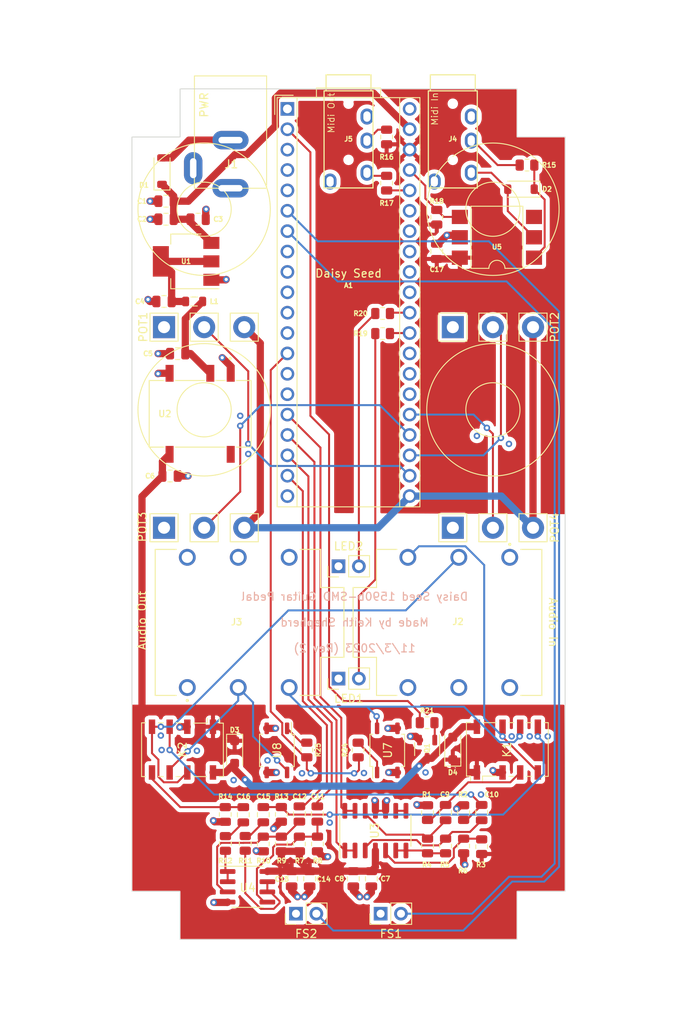
<source format=kicad_pcb>
(kicad_pcb (version 20221018) (generator pcbnew)
  (layers (0 "F.Cu" signal) (1 "In1.Cu" power) (2 "In2.Cu" power) (31 "B.Cu" signal) (34 "B.Paste" user) (35 "F.Paste" user) (36 "B.SilkS" user "B.Silkscreen") (37 "F.SilkS" user "F.Silkscreen") (38 "B.Mask" user) (39 "F.Mask" user) (44 "Edge.Cuts" user))
  (net 0 "")
  (net 5 "MIDI_OUT")
  (net 6 "MIDI_IN")
  (net 7 "+3.3V")
  (net 8 "+9V")
  (net 9 "+5V")
  (net 10 "+5V_ISOLATED_POWER")
  (net 12 "DISABLE_AUDIO_BYPASS")
  (net 15 "Net-(C15-Pad1)")
  (net 16 "Net-(C16-Pad1)")
  (net 18 "/Audio Input Buffer/V_AUDIOBIAS")
  (net 22 "+3.3VA")
  (net 23 "/Power/VIN")
  (net 25 "AUDIO_IN_BUFFER_LEFT")
  (net 26 "AUDIO_IN_BUFFER_RIGHT")
  (net 27 "AUDIO_OUT_BUFFER_LEFT")
  (net 28 "AUDIO_OUT_BUFFER_RIGHT")
  (net 29 "AUDIO_IN_JACK_LEFT")
  (net 30 "AUDIO_IN_JACK_RIGHT")
  (net 31 "AUDIO_OUT_JACK_LEFT")
  (net 32 "AUDIO_OUT_JACK_RIGHT")
  (net 33 "MIDI_IN_JACK_PIN5")
  (net 34 "MIDI_IN_JACK_PIN4")
  (net 35 "MIDI_OUT_JACK_PIN5")
  (net 36 "MIDI_OUT_JACK_PIN4")
  (net 37 "POWER_JACK_PWR")
  (net 38 "GND")
  (net 39 "ENABLE_AUDIO_MUTE")
  (net 46 "Net-(U4B-+)")
  (net 47 "Net-(U4A-+)")
  (net 50 "Net-(U4B--)")
  (net 51 "Net-(U4A--)")
  (net 54 "Net-(U3D-+)")
  (net 55 "Net-(U3A-+)")
  (net 56 "Net-(D2-K)")
  (net 57 "Net-(LED1-A)")
  (net 58 "Net-(LED2-A)")
  (net 59 "Net-(U3B-+)")
  (net 60 "Net-(U3C--)")
  (net 61 "BYPASS_LEFT_SEND")
  (net 62 "BYPASS_RIGHT_SEND")
  (net 63 "BYPASS_LEFT_RETURN")
  (net 64 "BYPASS_RIGHT_RETURN")
  (net 65 "Net-(D3-A)")
  (net 66 "Net-(Q1-B)")
  (net 67 "FOOT_SWITCH_1")
  (net 68 "FOOT_SWITCH_2")
  (net 69 "POT_1")
  (net 70 "POT_2")
  (net 71 "POT_3")
  (net 72 "POT_4")
  (net 73 "LED_1")
  (net 74 "LED_2")
  (net 75 "Net-(R24-Pad2)")
  (net 76 "Net-(R25-Pad2)")
  (footprint "GuitarPedal1590b:SOP-6_2.54mm" (layer "F.Cu") (at 125.5 48.5 180)
    (fp_text reference "U5")
    (fp_text value "H11L1")
  )
  (footprint "Package_SO:SOP-4_3.8x4.1mm_P2.54mm" (layer "F.Cu") (at 111.83 112.45 90)
    (fp_text reference "U7")
    (fp_text value "CPC1018N")
  )
  (footprint "Resistor_SMD:R_0805_2012Metric" (layer "F.Cu") (at 118 46 90)
    (fp_text reference "R18")
    (fp_text value "470R")
  )
  (footprint "Resistor_SMD:R_0805_2012Metric" (layer "F.Cu") (at 98.625 124.1125 90)
    (fp_text reference "R9")
    (fp_text value "2M")
  )
  (footprint "AudioConnector-PJ320A:TRRS-PJ-320A" (layer "F.Cu") (at 107 30.25)
    (fp_text reference "J5")
    (fp_text value "MIDI OUT JACK")
  )
  (footprint "Connector_PinHeader_2.54mm:PinHeader_1x02_P2.54mm_Vertical" (layer "F.Cu") (at 105.75 103.5 90)
    (fp_text reference "LED1")
    (fp_text value "LED_1")
  )
  (footprint "Connector_PinHeader_2.54mm:PinHeader_1x02_P2.54mm_Vertical" (layer "F.Cu") (at 100.45 132.8 90)
    (fp_text reference "FS2")
    (fp_text value "Foot_Switch_2")
  )
  (footprint "AudioConnector-PJ320A:TRRS-PJ-320A" (layer "F.Cu") (at 120 30.25)
    (fp_text reference "J4")
    (fp_text value "MIDI IN JACK")
  )
  (footprint "Package_SO:SOIC-8_3.9x4.9mm_P1.27mm" (layer "F.Cu") (at 94.404664 129.45)
    (fp_text reference "U4")
    (fp_text value "OPA1652AID")
  )
  (footprint "GuitarPedal1590b:Pot_RightAngle_LongPin_16mm" (layer "F.Cu") (at 125 86)
    (fp_text reference "POT4")
    (fp_text value "10K")
  )
  (footprint "Resistor_SMD:R_0805_2012Metric" (layer "F.Cu") (at 116.85 120.2 90)
    (fp_text reference "R1")
    (fp_text value "2M")
  )
  (footprint "Package_SO:SOIC-14_3.9x8.7mm_P1.27mm" (layer "F.Cu") (at 110.35 122.45 90)
    (fp_text reference "U3")
    (fp_text value "MCP6004")
  )
  (footprint "Resistor_SMD:R_0805_2012Metric" (layer "F.Cu") (at 91.65 124.046624 90)
    (fp_text reference "R12")
    (fp_text value "100R")
  )
  (footprint "NMJ6HCD2:NEUTRIK_NMJ6HCD2" (layer "F.Cu") (at 93.25 96.5 180)
    (fp_text reference "J3")
    (fp_text value "AUDIO_OUT_TRS")
  )
  (footprint "Package_TO_SOT_SMD:SOT-23-3" (layer "F.Cu") (at 116.8 112.3 -90)
    (fp_text reference "Q1")
    (fp_text value "SS8050")
  )
  (footprint "Resistor_SMD:R_0805_2012Metric" (layer "F.Cu") (at 108.2 112.4 90)
    (fp_text reference "R24")
    (fp_text value "1K")
  )
  (footprint "Resistor_SMD:R_0805_2012Metric" (layer "F.Cu") (at 116.8 109)
    (fp_text reference "R21")
    (fp_text value "1K")
  )
  (footprint "Module:Electrosmith_Daisy_Seed" (layer "F.Cu") (at 99.38 32.495)
    (fp_text reference "A1")
    (fp_text value "Electrosmith_Daisy_Seed_Rev4")
  )
  (footprint "Connector_PinHeader_2.54mm:PinHeader_1x02_P2.54mm_Vertical" (layer "F.Cu") (at 105.75 89.5 90)
    (fp_text reference "LED2")
    (fp_text value "LED_2")
  )
  (footprint "Resistor_SMD:R_0805_2012Metric" (layer "F.Cu") (at 111.75 41.75 -90)
    (fp_text reference "R17")
    (fp_text value "10R")
  )
  (footprint "Capacitor_SMD:C_0805_2012Metric" (layer "F.Cu") (at 84.25 44 180)
    (fp_text reference "C1")
    (fp_text value "10UF")
  )
  (footprint "Relay_SMD:Relay_DPDT_Omron_G6K-2G-Y" (layer "F.Cu") (at 126.8 112.35 90)
    (fp_text reference "K1")
    (fp_text value "G6K-2")
  )
  (footprint "Resistor_SMD:R_0805_2012Metric" (layer "F.Cu") (at 121.35 120.2 90)
    (fp_text reference "R2")
    (fp_text value "2M")
  )
  (footprint "Capacitor_SMD:C_0805_2012Metric" (layer "F.Cu") (at 123.6 120.2 -90)
    (fp_text reference "C10")
    (fp_text value "10UF")
  )
  (footprint "Capacitor_SMD:C_0805_2012Metric" (layer "F.Cu") (at 102.154664 128.45 -90)
    (fp_text reference "C14")
    (fp_text value "100NF")
  )
  (footprint "GuitarPedal1590b:Pot_RightAngle_LongPin_16mm" (layer "F.Cu") (at 89 86)
    (fp_text reference "POT3")
    (fp_text value "10K")
  )
  (footprint "Capacitor_SMD:C_0805_2012Metric" (layer "F.Cu") (at 99.904664 128.45 -90)
    (fp_text reference "C13")
    (fp_text value "100NF")
  )
  (footprint "Resistor_SMD:R_0805_2012Metric" (layer "F.Cu") (at 94.125 124.0375 90)
    (fp_text reference "R11")
    (fp_text value "100R")
  )
  (footprint "Relay_SMD:Relay_DPDT_Omron_G6K-2G-Y" (layer "F.Cu") (at 86.3 112.35 -90)
    (fp_text reference "K2")
    (fp_text value "G6K-2")
  )
  (footprint "Resistor_SMD:R_0805_2012Metric" (layer "F.Cu") (at 96.375 124.1125 -90)
    (fp_text reference "R10")
    (fp_text value "2M")
  )
  (footprint "Capacitor_SMD:C_0805_2012Metric" (layer "F.Cu") (at 88.25 46.25)
    (fp_text reference "C3")
    (fp_text value "100NF")
  )
  (footprint "Package_SO:SOP-4_3.8x4.1mm_P2.54mm" (layer "F.Cu") (at 98.07 112.45 -90)
    (fp_text reference "U8")
    (fp_text value "CPC1018N")
  )
  (footprint "Capacitor_SMD:C_0805_2012Metric" (layer "F.Cu") (at 119.1 120.2 -90)
    (fp_text reference "C9")
    (fp_text value "10UF")
  )
  (footprint "Capacitor_SMD:C_0805_2012Metric" (layer "F.Cu") (at 100.875 120.375 90)
    (fp_text reference "C12")
    (fp_text value "10UF")
  )
  (footprint "Inductor_SMD:L_0805_2012Metric" (layer "F.Cu") (at 87.75 56.5)
    (fp_text reference "L1")
    (fp_text value "2.2uH")
  )
  (footprint "Resistor_SMD:R_0805_2012Metric" (layer "F.Cu") (at 123.6 124.45 90)
    (fp_text reference "R3")
    (fp_text value "100K")
  )
  (footprint "Diode_SMD:D_SOD-123F" (layer "F.Cu") (at 120 112.2 90)
    (fp_text reference "D4")
    (fp_text value "1N4007")
  )
  (footprint "Capacitor_SMD:C_0805_2012Metric" (layer "F.Cu") (at 84 56.5 180)
    (fp_text reference "C4")
    (fp_text value "10UF")
  )
  (footprint "Capacitor_SMD:C_0805_2012Metric" (layer "F.Cu") (at 84.25 46.25 180)
    (fp_text reference "C2")
    (fp_text value "100NF")
  )
  (footprint "Diode_SMD:D_SOD-123" (layer "F.Cu") (at 128.5 42.5 180)
    (fp_text reference "D2")
    (fp_text value "1N4148")
  )
  (footprint "NMJ6HCD2:NEUTRIK_NMJ6HCD2" (layer "F.Cu") (at 120.75 96.5)
    (fp_text reference "J2")
    (fp_text value "AUDIO_IN_TRS")
  )
  (footprint "Package_TO_SOT_SMD:SOT-223-3_TabPin2" (layer "F.Cu") (at 86.75 51.5 180)
    (fp_text reference "U1")
    (fp_text value "LD1117S50TR_SOT223")
  )
  (footprint "GuitarPedal1590b:Pot_RightAngle_LongPin_16mm" (layer "F.Cu") (at 125 61)
    (fp_text reference "POT2")
    (fp_text value "10K")
  )
  (footprint "Capacitor_SMD:C_0805_2012Metric" (layer "F.Cu") (at 107.6 128.45 -90)
    (fp_text reference "C8")
    (fp_text value "100NF")
  )
  (footprint "Capacitor_SMD:C_0805_2012Metric" (layer "F.Cu") (at 85.7 63 180)
    (fp_text reference "C5")
    (fp_text value "10UF")
  )
  (footprint "GuitarPedal1590b:Generic_PowerJack" (layer "F.Cu") (at 92.2875 42.3875 -90)
    (fp_text reference "J1")
    (fp_text value "Barrel_Jack")
  )
  (footprint "Connector_PinHeader_2.54mm:PinHeader_1x02_P2.54mm_Vertical" (layer "F.Cu") (at 111 132.8 90)
    (fp_text reference "FS1")
    (fp_text value "Foot_Switch_1")
  )
  (footprint "Resistor_SMD:R_0805_2012Metric" (layer "F.Cu") (at 129.25 39.5)
    (fp_text reference "R15")
    (fp_text value "220R")
  )
  (footprint "Capacitor_SMD:C_0805_2012Metric" (layer "F.Cu") (at 103.107875 120.375 90)
    (fp_text reference "C11")
    (fp_text value "10UF")
  )
  (footprint "Resistor_SMD:R_0805_2012Metric" (layer "F.Cu") (at 111.25 58)
    (fp_text reference "R20")
    (fp_text value "1K")
  )
  (footprint "Resistor_SMD:R_0805_2012Metric" (layer "F.Cu") (at 119.1 124.3625 90)
    (fp_text reference "R5")
    (fp_text value "2M")
  )
  (footprint "Capacitor_SMD:C_0805_2012Metric" (layer "F.Cu") (at 93.882875 120.471624 90)
    (fp_text reference "C16")
    (fp_text value "10UF")
  )
  (footprint "Capacitor_SMD:C_0805_2012Metric" (layer "F.Cu") (at 118 50.25 90)
    (fp_text reference "C17")
    (fp_text value "100NF")
  )
  (footprint "Capacitor_SMD:C_0805_2012Metric" (layer "F.Cu") (at 96.375 120.4625 90)
    (fp_text reference "C15")
    (fp_text value "10UF")
  )
  (footprint "Resistor_SMD:R_0805_2012Metric" (layer "F.Cu") (at 103.125 124.1125 -90)
    (fp_text reference "R8")
    (fp_text value "2M")
  )
  (footprint "Resistor_SMD:R_0805_2012Metric" (layer "F.Cu") (at 121.35 124.3625 -90)
    (fp_text reference "R6")
    (fp_text value "100K")
  )
  (footprint "Resistor_SMD:R_0805_2012Metric" (layer "F.Cu") (at 111.25 60.5)
    (fp_text reference "R19")
    (fp_text value "1K")
  )
  (footprint "GuitarPedal1590b:Pot_RightAngle_LongPin_16mm" (layer "F.Cu") (at 89 61)
    (fp_text reference "POT1")
    (fp_text value "10K")
  )
  (footprint "Resistor_SMD:R_0805_2012Metric" (layer "F.Cu") (at 98.625 120.425 -90)
    (fp_text reference "R13")
    (fp_text value "2M")
  )
  (footprint "Resistor_SMD:R_0805_2012Metric" (layer "F.Cu") (at 101.8 112.4 90)
    (fp_text reference "R25")
    (fp_text value "1K")
  )
  (footprint "Diode_SMD:D_SOD-123F" (layer "F.Cu") (at 92.8 112.65 -90)
    (fp_text reference "D3")
    (fp_text value "1N4007")
  )
  (footprint "Resistor_SMD:R_0805_2012Metric" (layer "F.Cu") (at 111.75 36 -90)
    (fp_text reference "R16")
    (fp_text value "33R")
  )
  (footprint "Resistor_SMD:R_0805_2012Metric" (layer "F.Cu") (at 91.632875 120.434124 -90)
    (fp_text reference "R14")
    (fp_text value "2M")
  )
  (footprint "Capacitor_SMD:C_0805_2012Metric" (layer "F.Cu") (at 109.85 128.45 -90)
    (fp_text reference "C7")
    (fp_text value "100NF")
  )
  (footprint "Resistor_SMD:R_0805_2012Metric" (layer "F.Cu") (at 116.85 124.3625 90)
    (fp_text reference "R4")
    (fp_text value "2M")
  )
  (footprint "PDS1-S5-S5-M:CONV_PDS1-S5-S5-M" (layer "F.Cu") (at 88.5 70.5 -90)
    (fp_text reference "U2")
    (fp_text value "PDS1-S5-S5-M" hide)
  )
  (footprint "Resistor_SMD:R_0805_2012Metric" (layer "F.Cu") (at 100.875 124.1125 90)
    (fp_text reference "R7")
    (fp_text value "2M")
  )
  (footprint "Diode_SMD:D_SOD-123" (layer "F.Cu") (at 83.75 40.25 90)
    (fp_text reference "D1")
    (fp_text value "1N5817")
  )
  (footprint "Capacitor_SMD:C_0805_2012Metric" (layer "F.Cu") (at 84.75 78.25)
    (fp_text reference "C6")
    (fp_text value "22UF")
  )
  (gr_poly locked (pts (xy 128 36) (xy 134 36) (xy 134 130) (xy 128 130) (xy 128 136) (xy 86 136) (xy 86 130) (xy 80 130) (xy 80 36) (xy 86 36) (xy 86 30) (xy 128 30)) (stroke (width 0.1)) (fill none) (layer "Edge.Cuts"))
  (gr_text "Daisy Seed 1590b-SMD Guitar Pedal\n\nMade by Keith Shepherd\n\n11/3/2023 (Rev 2)" (at 107.75 96.5) (layer "B.SilkS") (effects (font (size 1 1)) (justify mirror)))
  (gr_text "J5" (at 107 36.25) (layer "F.SilkS") (effects (font (size 0.6 0.6))))
  (gr_text "Audio Out" (at 81.25 96.25 90) (layer "F.SilkS") (effects (font (size 1 1))))
  (gr_text "PWR" (at 89 32 90) (layer "F.SilkS") (effects (font (size 1 1))))
  (gr_text "J4" (at 120 36.25) (layer "F.SilkS") (effects (font (size 0.6 0.6))))
  (gr_text "Midi Out" (at 104.85 33 90) (layer "F.SilkS") (effects (font (size 0.8 0.8) (thickness 0.1))))
  (gr_text "Daisy Seed" (at 107 53) (layer "F.SilkS") (effects (font (size 1 1))))
  (gr_text "Midi In" (at 117.75 32.5 90) (layer "F.SilkS") (effects (font (size 0.8 0.8) (thickness 0.1))))
  (gr_text "Audio In" (at 132.5 96.5 270) (layer "F.SilkS") (effects (font (size 1 1))))
  (segment (start 111.75 42.6625) (end 111.7575 42.655) (width 0.25) (layer "F.Cu") (net 5))
  (segment (start 111.7575 42.655) (end 114.62 42.655) (width 0.25) (layer "F.Cu") (net 5))
  (segment (start 116.575 43.6625) (end 116.575 42.07) (width 0.25) (layer "F.Cu") (net 6))
  (segment (start 118.8725 45.96) (end 118 45.0875) (width 0.25) (layer "F.Cu") (net 6))
  (segment (start 118 45.0875) (end 116.575 43.6625) (width 0.25) (layer "F.Cu") (net 6))
  (segment (start 120.875 45.96) (end 118.8725 45.96) (width 0.25) (layer "F.Cu") (net 6))
  (segment (start 116.575 42.07) (end 114.62 40.115) (width 0.25) (layer "F.Cu") (net 6))
  (segment (start 120.715 51.2) (end 120.875 51.04) (width 0.9) (layer "F.Cu") (net 7))
  (segment (start 118 51.2) (end 120.715 51.2) (width 0.9) (layer "F.Cu") (net 7))
  (segment (start 98.5 30.5375) (end 110.1225 30.5375) (width 0.9) (layer "F.Cu") (net 8))
  (segment (start 110.1225 30.5375) (end 114.62 35.035) (width 0.9) (layer "F.Cu") (net 8))
  (segment (start 83.75 41.9) (end 85.2 43.35) (width 0.9) (layer "F.Cu") (net 8))
  (segment (start 85.2 44) (end 87.029416 44) (width 0.9) (layer "F.Cu") (net 8))
  (segment (start 87.029416 44) (end 92.841916 38.1875) (width 0.9) (layer "F.Cu") (net 8))
  (segment (start 92.841916 38.1875) (end 94.3125 38.1875) (width 0.9) (layer "F.Cu") (net 8))
  (segment (start 97.88 31.1575) (end 98.5 30.5375) (width 0.9) (layer "F.Cu") (net 8))
  (segment (start 87.3 46.25) (end 87.3 46.6) (width 0.9) (layer "F.Cu") (net 8))
  (segment (start 97.88 34.62) (end 97.88 31.1575) (width 0.9) (layer "F.Cu") (net 8))
  (segment (start 85.2 43.35) (end 85.2 44) (width 0.9) (layer "F.Cu") (net 8))
  (segment (start 87.3 46.6) (end 89.9 49.2) (width 0.9) (layer "F.Cu") (net 8))
  (segment (start 94.3125 38.1875) (end 97.88 34.62) (width 0.9) (layer "F.Cu") (net 8))
  (segment (start 85.2 44) (end 85.2 46.25) (width 0.9) (layer "F.Cu") (net 8))
  (segment (start 85.2 46.25) (end 87.3 46.25) (width 0.9) (layer "F.Cu") (net 8))
  (segment (start 89.9 51.5) (end 83.6 51.5) (width 0.9) (layer "F.Cu") (net 9))
  (segment (start 83.6 51.5) (end 84.95 52.85) (width 0.9) (layer "F.Cu") (net 9))
  (segment (start 86.6875 56.5) (end 84.95 56.5) (width 0.9) (layer "F.Cu") (net 9))
  (segment (start 84.95 52.85) (end 84.95 56.5) (width 0.9) (layer "F.Cu") (net 9))
  (segment (start 107.6 127.5) (end 109.85 127.5) (width 0.9) (layer "F.Cu") (net 10))
  (segment (start 121.6 115.2) (end 120 113.6) (width 0.9) (layer "F.Cu") (net 10))
  (segment (start 81.25 80.8) (end 81.25 107.25) (width 0.9) (layer "F.Cu") (net 10))
  (segment (start 100.875 126.220336) (end 102.154664 127.5) (width 0.9) (layer "F.Cu") (net 10))
  (segment (start 102.154664 127.5) (end 99.904664 127.5) (width 0.9) (layer "F.Cu") (net 10))
  (segment (start 98.625 126.220336) (end 99.904664 127.5) (width 0.9) (layer "F.Cu") (net 10))
  (segment (start 81.25 107.25) (end 81.75 107.75) (width 0.9) (layer "F.Cu") (net 10))
  (segment (start 98.625 125.025) (end 100.875 125.025) (width 0.9) (layer "F.Cu") (net 10))
  (segment (start 100.875 125.025) (end 100.875 126.220336) (width 0.9) (layer "F.Cu") (net 10))
  (segment (start 84.69 75.55) (end 83.8 76.44) (width 0.9) (layer "F.Cu") (net 10))
  (segment (start 110.35 127) (end 110.35 124.925) (width 0.9) (layer "F.Cu") (net 10))
  (segment (start 96.924664 127.5) (end 96.879664 127.545) (width 0.9) (layer "F.Cu") (net 10))
  (segment (start 99.904664 127.5) (end 96.924664 127.5) (width 0.9) (layer "F.Cu") (net 10))
  (segment (start 98.625 125.025) (end 98.625 126.220336) (width 0.9) (layer "F.Cu") (net 10))
  (segment (start 109.85 127.5) (end 110.35 127) (width 0.9) (layer "F.Cu") (net 10))
  (segment (start 102.154664 127.5) (end 107.6 127.5) (width 0.9) (layer "F.Cu") (net 10))
  (segment (start 123 115.2) (end 121.6 115.2) (width 0.9) (layer "F.Cu") (net 10))
  (segment (start 90.1 109.5) (end 91.05 109.5) (width 0.9) (layer "F.Cu") (net 10))
  (segment (start 91.05 109.5) (end 92.8 111.25) (width 0.9) (layer "F.Cu") (net 10))
  (segment (start 83.8 76.44) (end 83.8 78.25) (width 0.9) (layer "F.Cu") (net 10))
  (segment (start 83.8 78.25) (end 81.25 80.8) (width 0.9) (layer "F.Cu") (net 10))
  (segment (start 115.8875 109) (end 115.8875 107.7875) (width 0.25) (layer "F.Cu") (net 12))
  (segment (start 102.25 37.905) (end 99.38 35.035) (width 0.25) (layer "F.Cu") (net 12))
  (segment (start 114.4 106.3) (end 106.3875 106.3) (width 0.25) (layer "F.Cu") (net 12))
  (segment (start 102.25 70.75) (end 102.25 37.905) (width 0.25) (layer "F.Cu") (net 12))
  (segment (start 115.8875 107.7875) (end 114.4 106.3) (width 0.25) (layer "F.Cu") (net 12))
  (segment (start 106.3875 106.3) (end 104.575 104.4875) (width 0.25) (layer "F.Cu") (net 12))
  (segment (start 104.575 104.4875) (end 104.575 73.075) (width 0.25) (layer "F.Cu") (net 12))
  (segment (start 104.575 73.075) (end 102.25 70.75) (width 0.25) (layer "F.Cu") (net 12))
  (segment (start 94.6625 123.125) (end 96.375 121.4125) (width 0.25) (layer "F.Cu") (net 15))
  (segment (start 94.125 123.125) (end 94.6625 123.125) (width 0.25) (layer "F.Cu") (net 15))
  (segment (start 91.65 123.134124) (end 92.170375 123.134124) (width 0.25) (layer "F.Cu") (net 16))
  (segment (start 92.170375 123.134124) (end 93.882875 121.421624) (width 0.25) (layer "F.Cu") (net 16))
  (segment (start 116.85 125.275) (end 119.1 125.275) (width 0.25) (layer "F.Cu") (net 18))
  (segment (start 112.89 124.925) (end 114.16 124.925) (width 0.25) (layer "F.Cu") (net 18))
  (segment (start 114.16 124.925) (end 116.5 124.925) (width 0.25) (layer "F.Cu") (net 18))
  (segment (start 116.5 124.925) (end 116.85 125.275) (width 0.25) (layer "F.Cu") (net 18))
  (segment (start 96 82.7) (end 94 84.7) (width 0.9) (layer "F.Cu") (net 22))
  (segment (start 96 61.7) (end 96 82.7) (width 0.9) (layer "F.Cu") (net 22))
  (segment (start 130 59.7) (end 130 84.7) (width 0.9) (layer "F.Cu") (net 22))
  (segment (start 94 59.7) (end 96 61.7) (width 0.9) (layer "F.Cu") (net 22))
  (segment (start 126.055 80.755) (end 130 84.7) (width 0.9) (layer "B.Cu") (net 22))
  (segment (start 110.675 84.7) (end 94 84.7) (width 0.9) (layer "B.Cu") (net 22))
  (segment (start 114.62 80.755) (end 126.055 80.755) (width 0.9) (layer "B.Cu") (net 22))
  (segment (start 114.62 80.755) (end 110.675 84.7) (width 0.9) (layer "B.Cu") (net 22))
  (segment (start 86.6875 62.9625) (end 86.65 63) (width 0.9) (layer "F.Cu") (net 23))
  (segment (start 86.65 58.6625) (end 86.65 63) (width 0.9) (layer "F.Cu") (net 23))
  (segment (start 87.32 63) (end 89.77 65.45) (width 0.9) (layer "F.Cu") (net 23))
  (segment (start 86.65 63) (end 87.32 63) (width 0.9) (layer "F.Cu") (net 23))
  (segment (start 88.8125 56.5) (end 86.65 58.6625) (width 0.9) (layer "F.Cu") (net 23))
  (segment (start 103.5 105.8) (end 103.5 74.715) (width 0.25) (layer "F.Cu") (net 25))
  (segment (start 106.1 108.4) (end 103.5 105.8) (width 0.25) (layer "F.Cu") (net 25))
  (segment (start 107.81 119.975) (end 106.54 119.975) (width 0.25) (layer "F.Cu") (net 25))
  (segment (start 106.54 119.975) (end 106.1 119.535) (width 0.25) (layer "F.Cu") (net 25))
  (segment (start 103.5 74.715) (end 99.38 70.595) (width 0.25) (layer "F.Cu") (net 25))
  (segment (start 106.1 119.535) (end 106.1 108.4) (width 0.25) (layer "F.Cu") (net 25))
  (segment (start 105.5 108.7) (end 102.75 105.95) (width 0.25) (layer "F.Cu") (net 26))
  (segment (start 106.54 124.925) (end 105.5 123.885) (width 0.25) (layer "F.Cu") (net 26))
  (segment (start 106.54 124.925) (end 107.81 124.925) (width 0.25) (layer "F.Cu") (net 26))
  (segment (start 102.75 105.95) (end 102.75 76.505) (width 0.25) (layer "F.Cu") (net 26))
  (segment (start 102.75 76.505) (end 99.38 73.135) (width 0.25) (layer "F.Cu") (net 26))
  (segment (start 105.5 123.885) (end 105.5 108.7) (width 0.25) (layer "F.Cu") (net 26))
  (segment (start 102 78.295) (end 99.38 75.675) (width 0.25) (layer "F.Cu") (net 27))
  (segment (start 104.9 117.1) (end 104.9 109) (width 0.25) (layer "F.Cu") (net 27))
  (segment (start 104.9 109) (end 102 106.1) (width 0.25) (layer "F.Cu") (net 27))
  (segment (start 103.107875 118.892125) (end 104.9 117.1) (width 0.25) (layer "F.Cu") (net 27))
  (segment (start 103.107875 119.425) (end 103.107875 118.892125) (width 0.25) (layer "F.Cu") (net 27))
  (segment (start 102 106.1) (end 102 78.295) (width 0.25) (layer "F.Cu") (net 27))
  (segment (start 101.3 80.135) (end 99.38 78.215) (width 0.25) (layer "F.Cu") (net 28))
  (segment (start 104.3 116.5) (end 104.3 109.3) (width 0.25) (layer "F.Cu") (net 28))
  (segment (start 101.375 119.425) (end 104.3 116.5) (width 0.25) (layer "F.Cu") (net 28))
  (segment (start 100.875 119.425) (end 101.375 119.425) (width 0.25) (layer "F.Cu") (net 28))
  (segment (start 101.3 106.3) (end 101.3 80.135) (width 0.25) (layer "F.Cu") (net 28))
  (segment (start 104.3 109.3) (end 101.3 106.3) (width 0.25) (layer "F.Cu") (net 28))
  (segment (start 126.2 110.7) (end 126.2 109.45) (width 0.25) (layer "F.Cu") (net 29))
  (segment (start 126.2 109.45) (end 126.2 110.75) (width 0.25) (layer "F.Cu") (net 29))
  (segment (start 126.2 110.75) (end 130.6 115.15) (width 0.25) (layer "F.Cu") (net 29))
  (via (at 126.2 110.7) (size 0.8) (drill 0.4) (layers "F.Cu" "B.Cu") (net 29))
  (segment (start 121.569544 87.01) (end 123.914125 89.354581) (width 0.25) (layer "B.Cu") (net 29))
  (segment (start 114.4 88.385) (end 115.775 87.01) (width 0.25) (layer "B.Cu") (net 29))
  (segment (start 126.2 110.7) (end 123.914125 108.414125) (width 0.25) (layer "B.Cu") (net 29))
  (segment (start 115.775 87.01) (end 121.569544 87.01) (width 0.25) (layer "B.Cu") (net 29))
  (segment (start 123.914125 108.414125) (end 123.914125 89.354581) (width 0.25) (layer "B.Cu") (net 29))
  (segment (start 82.5 112.8) (end 83.3 113.6) (width 0.25) (layer "F.Cu") (net 30))
  (segment (start 83.6 109.5) (end 82.5 109.5) (width 0.25) (layer "F.Cu") (net 30))
  (segment (start 86.9 115.2) (end 85.675 116.425) (width 0.25) (layer "F.Cu") (net 30))
  (segment (start 83.975 116.425) (end 83.3 115.75) (width 0.25) (layer "F.Cu") (net 30))
  (segment (start 83.3 115.75) (end 83.3 113.6) (width 0.25) (layer "F.Cu") (net 30))
  (segment (start 85.675 116.425) (end 83.975 116.425) (width 0.25) (layer "F.Cu") (net 30))
  (segment (start 82.5 109.5) (end 82.5 112.8) (width 0.25) (layer "F.Cu") (net 30))
  (via (at 83.6 109.5) (size 0.8) (drill 0.4) (layers "F.Cu" "B.Cu") (net 30))
  (segment (start 85.000497 109.5) (end 99.500497 95) (width 0.25) (layer "B.Cu") (net 30))
  (segment (start 83.6 109.5) (end 85.000497 109.5) (width 0.25) (layer "B.Cu") (net 30))
  (segment (start 99.500497 95) (end 114.135 95) (width 0.25) (layer "B.Cu") (net 30))
  (segment (start 120.75 88.385) (end 114.135 95) (width 0.25) (layer "B.Cu") (net 30))
  (segment (start 128.4 110.635875) (end 128.335875 110.7) (width 0.25) (layer "F.Cu") (net 31))
  (segment (start 110.56 108.26) (end 110.5 108.2) (width 0.25) (layer "F.Cu") (net 31))
  (segment (start 128.4 109.45) (end 128.4 110.635875) (width 0.25) (layer "F.Cu") (net 31))
  (segment (start 110.56 109.7) (end 110.56 108.26) (width 0.25) (layer "F.Cu") (net 31))
  (via (at 110.5 108.2) (size 0.8) (drill 0.4) (layers "F.Cu" "B.Cu") (net 31))
  (via (at 128.335875 110.7) (size 0.8) (drill 0.4) (layers "F.Cu" "B.Cu") (net 31))
  (segment (start 101.1 107) (end 102.8 107) (width 0.25) (layer "B.Cu") (net 31))
  (segment (start 110.5 108.2) (end 109.3 107) (width 0.25) (layer "B.Cu") (net 31))
  (segment (start 121.4 107) (end 125.825 111.425) (width 0.25) (layer "B.Cu") (net 31))
  (segment (start 128.335875 110.725305) (end 128.335875 110.7) (width 0.25) (layer "B.Cu") (net 31))
  (segment (start 128.060875 110.450305) (end 128.335875 110.725305) (width 0.25) (layer "B.Cu") (net 31))
  (segment (start 102.8 107) (end 109.3 107) (width 0.25) (layer "B.Cu") (net 31))
  (segment (start 99.6 105.5) (end 101.1 107) (width 0.25) (layer "B.Cu") (net 31))
  (segment (start 128.060875 111.000305) (end 128.060875 110.450305) (width 0.25) (layer "B.Cu") (net 31))
  (segment (start 125.825 111.425) (end 127.63618 111.425) (width 0.25) (layer "B.Cu") (net 31))
  (segment (start 99.6 104.615) (end 99.6 105.5) (width 0.25) (layer "B.Cu") (net 31))
  (segment (start 102.8 107) (end 121.4 107) (width 0.25) (layer "B.Cu") (net 31))
  (segment (start 127.63618 111.425) (end 128.060875 111.000305) (width 0.25) (layer "B.Cu") (net 31))
  (segment (start 99.34 114.94) (end 98.1 113.7) (width 0.25) (layer "F.Cu") (net 32))
  (segment (start 86.95 112.55) (end 84.7 114.8) (width 0.25) (layer "F.Cu") (net 32))
  (segment (start 99.34 115.2) (end 99.34 114.94) (width 0.25) (layer "F.Cu") (net 32))
  (segment (start 84.7 114.8) (end 84.7 115.5) (width 0.25) (layer "F.Cu") (net 32))
  (via (at 98.1 113.7) (size 0.8) (drill 0.4) (layers "F.Cu" "B.Cu") (net 32))
  (via (at 86.95 112.55) (size 0.8) (drill 0.4) (layers "F.Cu" "B.Cu") (net 32))
  (segment (start 93.25 106.25) (end 93.25 104.615) (width 0.25) (layer "B.Cu") (net 32))
  (segment (start 93.25 104.615) (end 95.1 106.465) (width 0.25) (layer "B.Cu") (net 32))
  (segment (start 95.1 106.465) (end 95.1 110.7) (width 0.25) (layer "B.Cu") (net 32))
  (segment (start 95.1 110.7) (end 98.1 113.7) (width 0.25) (layer "B.Cu") (net 32))
  (segment (start 86.95 112.55) (end 93.25 106.25) (width 0.25) (layer "B.Cu") (net 32))
  (segment (start 126.85 42.5) (end 124.8 40.45) (width 0.25) (layer "F.Cu") (net 33))
  (segment (start 124.8 40.45) (end 122.3 40.45) (width 0.25) (layer "F.Cu") (net 33))
  (segment (start 126.85 42.5) (end 126.85 45.225) (width 0.25) (layer "F.Cu") (net 33))
  (segment (start 126.85 45.225) (end 130.125 48.5) (width 0.25) (layer "F.Cu") (net 33))
  (segment (start 125.5875 39.5) (end 122.5375 36.45) (width 0.25) (layer "F.Cu") (net 34))
  (segment (start 122.5375 36.45) (end 122.3 36.45) (width 0.25) (layer "F.Cu") (net 34))
  (segment (start 128.3375 39.5) (end 125.5875 39.5) (width 0.25) (layer "F.Cu") (net 34))
  (segment (start 111.75 40.8375) (end 109.6875 40.8375) (width 0.25) (layer "F.Cu") (net 35))
  (segment (start 109.6875 40.8375) (end 109.3 40.45) (width 0.25) (layer "F.Cu") (net 35))
  (segment (start 111.75 35.0875) (end 110.6625 35.0875) (width 0.25) (layer "F.Cu") (net 36))
  (segment (start 110.6625 35.0875) (end 109.3 36.45) (width 0.25) (layer "F.Cu") (net 36))
  (segment (start 84.904416 38.6) (end 87.116916 36.3875) (width 0.9) (layer "F.Cu") (net 37))
  (segment (start 87.116916 36.3875) (end 92.2875 36.3875) (width 0.9) (layer "F.Cu") (net 37))
  (segment (start 83.75 38.6) (end 84.904416 38.6) (width 0.9) (layer "F.Cu") (net 37))
  (segment (start 118.2 49.3) (end 119.25 48.25) (width 0.9) (layer "F.Cu") (net 38))
  (segment (start 103.8 125.7) (end 103.125 125.025) (width 0.9) (layer "F.Cu") (net 38))
  (segment (start 96.375 125.025) (end 95.55 125.025) (width 0.9) (layer "F.Cu") (net 38))
  (segment (start 96.8 109.7) (end 97.9 109.7) (width 0.9) (layer "F.Cu") (net 38))
  (segment (start 98.517164 121.3375) (end 98.625 121.3375) (width 0.9) (layer "F.Cu") (net 38))
  (segment (start 91.7 53.8) (end 91.75 53.75) (width 0.9) (layer "F.Cu") (net 38))
  (segment (start 121.35 125.275) (end 121.35 126.535875) (width 0.9) (layer "F.Cu") (net 38))
  (segment (start 110.35 119.975) (end 111.62 119.975) (width 0.25) (layer "F.Cu") (net 38))
  (segment (start 83.3 65.45) (end 83.25 65.5) (width 0.9) (layer "F.Cu") (net 38))
  (segment (start 92.31 65.45) (end 92.31 64.56) (width 0.9) (layer "F.Cu") (net 38))
  (segment (start 113.1 109.7) (end 111.9 109.7) (width 0.9) (layer "F.Cu") (net 38))
  (segment (start 110.35 119.975) (end 110.35 118.760375) (width 0.9) (layer "F.Cu") (net 38))
  (segment (start 110.35 118.760375) (end 110.264125 118.6745) (width 0.9) (layer "F.Cu") (net 38))
  (segment (start 83.05 56.5) (end 82.25 56.5) (width 0.9) (layer "F.Cu") (net 38))
  (segment (start 90.2 131.4) (end 91.884664 131.4) (width 0.9) (layer "F.Cu") (net 38))
  (segment (start 84.69 65.45) (end 83.3 65.45) (width 0.9) (layer "F.Cu") (net 38))
  (segment (start 113.1 115.2) (end 112 115.2) (width 0.9) (layer "F.Cu") (net 38))
  (segment (start 116.85 119.2875) (end 115.601625 119.2875) (width 0.9) (layer "F.Cu") (net 38))
  (segment (start 115.3875 110.7) (end 115.85 111.1625) (width 0.9) (layer "F.Cu") (net 38))
  (segment (start 86.025096 109.5) (end 85.962548 109.562548) (width 0.9) (layer "F.Cu") (net 38))
  (segment (start 97.654664 122.2) (end 98.517164 121.3375) (width 0.9) (layer "F.Cu") (net 38))
  (segment (start 120.913 119.2875) (end 120.475 119.7255) (width 0.9) (layer "F.Cu") (net 38))
  (segment (start 86.9 109.5) (end 86.025096 109.5) (width 0.9) (layer "F.Cu") (net 38))
  (segment (start 95.55 125.025) (end 95.475 124.95) (width 0.9) (layer "F.Cu") (net 38))
  (segment (start 85.7 78.25) (end 87 78.25) (width 0.9) (layer "F.Cu") (net 38))
  (segment (start 111.62 119.975) (end 111.62 118.844125) (width 0.9) (layer "F.Cu") (net 38))
  (segment (start 115.601625 119.2875) (end 115.514125 119.2) (width 0.9) (layer "F.Cu") (net 38))
  (segment (start 102.154664 130.045336) (end 102.154664 129.4) (width 0.9) (layer "F.Cu") (net 38))
  (segment (start 121.35 126.535875) (end 121.514125 126.7) (width 0.9) (layer "F.Cu") (net 38))
  (segment (start 89.2 46.25) (end 89.2 45.05) (width 0.9) (layer "F.Cu") (net 38))
  (segment (start 89.2 45.05) (end 89.25 45) (width 0.9) (layer "F.Cu") (net 38))
  (segment (start 83.3 44) (end 82.25 44) (width 0.9) (layer "F.Cu") (net 38))
  (segment (start 114.7 110.7) (end 115.3875 110.7) (width 0.9) (layer "F.Cu") (net 38))
  (segment (start 100.650497 130.7) (end 99.904664 129.954167) (width 0.9) (layer "F.Cu") (net 38))
  (segment (start 126.2 115.2) (end 125.25 115.2) (width 0.9) (layer "F.Cu") (net 38))
  (segment (start 92.31 64.56) (end 91.25 63.5) (width 0.9) (layer "F.Cu") (net 38))
  (segment (start 84.75 63) (end 83.25 63) (width 0.9) (layer "F.Cu") (net 38))
  (segment (start 111.62 118.844125) (end 111.764125 118.7) (width 0.9) (layer "F.Cu") (net 38))
  (segment (start 89.9 53.8) (end 91.7 53.8) (width 0.9) (layer "F.Cu") (net 38))
  (segment (start 108.4 130.7) (end 107.6 129.9) (width 0.9) (layer "F.Cu") (net 38))
  (segment (start 118 49.3) (end 118.2 49.3) (width 0.9) (layer "F.Cu") (net 38))
  (segment (start 83.3 46.25) (end 82.25 46.25) (width 0.9) (layer "F.Cu") (net 38))
  (segment (start 91.884664 131.4) (end 91.929664 131.355) (width 0.9) (layer "F.Cu") (net 38))
  (segment (start 109.3 130.7) (end 109.85 130.15) (width 0.9) (layer "F.Cu") (net 38))
  (segment (start 91.632875 121.346624) (end 90.301288 121.346624) (width 0.9) (layer "F.Cu") (net 38))
  (segment (start 119.25 48.25) (end 120.625 48.25) (width 0.9) (layer "F.Cu") (net 38))
  (segment (start 109.85 130.15) (end 109.85 129.4) (width 0.9) (layer "F.Cu") (net 38))
  (segment (start 121.35 119.2875) (end 120.913 119.2875) (width 0.9) (layer "F.Cu") (net 38))
  (segment (start 101.5 130.7) (end 102.154664 130.045336) (width 0.9) (layer "F.Cu") (net 38))
  (segment (start 82.25 56.5) (end 82 56.25) (width 0.9) (layer "F.Cu") (net 38))
  (segment (start 104.404664 125.7) (end 103.8 125.7) (width 0.9) (layer "F.Cu") (net 38))
  (segment (start 125.25 115.2) (end 125 114.95) (width 0.9) (layer "F.Cu") (net 38))
  (segment (start 120.625 48.25) (end 120.875 48.5) (width 0.9) (layer "F.Cu") (net 38))
  (segment (start 90.301288 121.346624) (end 90.154664 121.2) (width 0.9) (layer "F.Cu") (net 38))
  (segment (start 107.6 129.9) (end 107.6 129.4) (width 0.9) (layer "F.Cu") (net 38))
  (segment (start 99.904664 129.954167) (end 99.904664 129.4) (width 0.9) (layer "F.Cu") (net 38))
  (segment (start 96.8 115.2) (end 98 115.2) (width 0.9) (layer "F.Cu") (net 38))
  (via (at 125 114.95) (size 0.8) (drill 0.4) (layers "F.Cu" "B.Cu") (net 38))
  (via (at 97.9 109.7) (size 0.8) (drill 0.4) (layers "F.Cu" "B.Cu") (net 38))
  (via (at 89.25 45) (size 0.8) (drill 0.4) (layers "F.Cu" "B.Cu") (net 38))
  (via (at 116.6 115.2) (size 0.8) (drill 0.4) (layers "F.Cu" "B.Cu") (net 38))
  (via (at 92.675363 116.159581) (size 0.8) (drill 0.4) (layers "F.Cu" "B.Cu") (net 38))
  (via (at 127 74.25) (size 0.8) (drill 0.4) (layers "F.Cu" "B.Cu") (net 38))
  (via (at 91.75 53.75) (size 0.8) (drill 0.4) (layers "F.Cu" "B.Cu") (net 38))
  (via (at 91.25 63.5) (size 0.8) (drill 0.4) (layers "F.Cu" "B.Cu") (net 38))
  (via (at 127.335875 110.7) (size 0.8) (drill 0.4) (layers "F.Cu" "B.Cu") (net 38))
  (via (at 131.835875 110.7) (size 0.8) (drill 0.4) (layers "F.Cu" "B.Cu") (net 38))
  (via (at 123 73.25) (size 0.8) (drill 0.4) (layers "F.Cu" "B.Cu") (net 38))
  (via (at 101.2 115.3) (size 0.8) (drill 0.4) (layers "F.Cu" "B.Cu") (net 38))
  (via (at 110.264125 118.6745) (size 0.8) (drill 0.4) (layers "F.Cu" "B.Cu") (net 38))
  (via (at 82.25 44) (size 0.8) (drill 0.4) (layers "F.Cu" "B.Cu") (net 38))
  (via (at 108.921254 115.272752) (size 0.8) (drill 0.4) (layers "F.Cu" "B.Cu") (net 38))
  (via (at 82 56.25) (size 0.8) (drill 0.4) (layers "F.Cu" "B.Cu") (net 38))
  (via (at 111.764125 118.7) (size 0.8) (drill 0.4) (layers "F.Cu" "B.Cu") (net 38))
  (via (at 100.650497 130.7) (size 0.8) (drill 0.4) (layers "F.Cu" "B.Cu") (net 38))
  (via (at 96.9 113.7) (size 0.8) (drill 0.4) (layers "F.Cu" "B.Cu") (net 38))
  (via (at 115.514125 119.2) (size 0.8) (drill 0.4) (layers "F.Cu" "B.Cu") (net 38))
  (via (at 123.514125 117.95) (size 0.8) (drill 0.4) (layers "F.Cu" "B.Cu") (net 38))
  (via (at 82.25 46.25) (size 0.8) (drill 0.4) (layers "F.Cu" "B.Cu") (net 38))
  (via (at 85.962548 109.562548) (size 0.8) (drill 0.4) (layers "F.Cu" "B.Cu") (net 38))
  (via (at 111.9 109.7) (size 0.8) (drill 0.4) (layers "F.Cu" "B.Cu") (net 38))
  (via (at 97.654664 122.2) (size 0.8) (drill 0.4) (layers "F.Cu" "B.Cu") (net 38))
  (via (at 88.1 112.5) (size 0.8) (drill 0.4) (layers "F.Cu" "B.Cu") (net 38))
  (via (at 121.514125 126.7) (size 0.8) (drill 0.4) (layers "F.Cu" "B.Cu") (net 38))
  (via (at 108.4 130.7) (size 0.8) (drill 0.4) (layers "F.Cu" "B.Cu") (net 38))
  (via (at 104.654664 121.45) (size 0.8) (drill 0.4) (layers "F.Cu" "B.Cu") (net 38))
  (via (at 90.2 131.4) (size 0.8) (drill 0.4) (layers "F.Cu" "B.Cu") (net 38))
  (via (at 104.404664 125.7) (size 0.8) (drill 0.4) (layers "F.Cu" "B.Cu") (net 38))
  (via (at 120.475 119.7255) (size 0.8) (drill 0.4) (layers "F.Cu" "B.Cu") (net 38))
  (via (at 83.25 63) (size 0.8) (drill 0.4) (layers "F.Cu" "B.Cu") (net 38))
  (via (at 119.25 48.25) (size 0.8) (drill 0.4) (layers "F.Cu" "B.Cu") (net 38))
  (via (at 83.7 112.4) (size 0.8) (drill 0.4) (layers "F.Cu" "B.Cu") (net 38))
  (via (at 101.5 130.7) (size 0.8) (drill 0.4) (layers "F.Cu" "B.Cu") (net 38))
  (via (at 83.6 110.6) (size 0.8) (drill 0.4) (layers "F.Cu" "B.Cu") (net 38))
  (via (at 87 78.25) (size 0.8) (drill 0.4) (layers "F.Cu" "B.Cu") (net 38))
  (via (at 112 115.2) (size 0.8) (drill 0.4) (layers "F.Cu" "B.Cu") (net 38))
  (via (at 90.154664 121.2) (size 0.8) (drill 0.4) (layers "F.Cu" "B.Cu") (net 38))
  (via (at 93.5 70.75) (size 0.8) (drill 0.4) (layers "F.Cu" "B.Cu") (net 38))
  (via (at 114.7 110.7) (size 0.8) (drill 0.4) (layers "F.Cu" "B.Cu") (net 38))
  (via (at 98 115.2) (size 0.8) (drill 0.4) (layers "F.Cu" "B.Cu") (net 38))
  (via (at 109.3 130.7) (size 0.8) (drill 0.4) (layers "F.Cu" "B.Cu") (net 38))
  (via (at 129.585875 110.7) (size 0.8) (drill 0.4) (layers "F.Cu" "B.Cu") (net 38))
  (via (at 94.5 75.5) (size 0.8) (drill 0.4) (layers "F.Cu" "B.Cu") (net 38))
  (via (at 95.475 124.95) (size 0.8) (drill 0.4) (layers "F.Cu" "B.Cu") (net 38))
  (via (at 83.25 65.5) (size 0.8) (drill 0.4) (layers "F.Cu" "B.Cu") (net 38))
  (segment (start 107.7 115.3) (end 107.9 115.3) (width 0.25) (layer "F.Cu") (net 39))
  (segment (start 107.9 115.3) (end 108.3 114.9) (width 0.25) (layer "F.Cu") (net 39))
  (segment (start 108.3 114.9) (end 108.3 113.4125) (width 0.25) (layer "F.Cu") (net 39))
  (segment (start 101.573426 113.3125) (end 101.8 113.3125) (width 0.25) (layer "F.Cu") (net 39))
  (segment (start 98.74 109.04) (end 98.74 110.479074) (width 0.25) (layer "F.Cu") (net 39))
  (segment (start 108.3 113.4125) (end 108.2 113.3125) (width 0.25) (layer "F.Cu") (net 39))
  (segment (start 98.74 110.479074) (end 101.573426 113.3125) (width 0.25) (layer "F.Cu") (net 39))
  (segment (start 97.3 65.055) (end 97.3 107.6) (width 0.25) (layer "F.Cu") (net 39))
  (segment (start 101.8 114.8) (end 102.3 115.3) (width 0.25) (layer "F.Cu") (net 39))
  (segment (start 97.3 107.6) (end 98.74 109.04) (width 0.25) (layer "F.Cu") (net 39))
  (segment (start 101.8 113.3125) (end 101.8 114.8) (width 0.25) (layer "F.Cu") (net 39))
  (segment (start 99.38 62.975) (end 97.3 65.055) (width 0.25) (layer "F.Cu") (net 39))
  (via (at 107.7 115.3) (size 0.8) (drill 0.4) (layers "F.Cu" "B.Cu") (net 39))
  (via (at 102.3 115.3) (size 0.8) (drill 0.4) (layers "F.Cu" "B.Cu") (net 39))
  (segment (start 102.3 115.3) (end 107.7 115.3) (width 0.25) (layer "B.Cu") (net 39))
  (segment (start 96.827913 125.95) (end 97.175673 125.95) (width 0.25) (layer "F.Cu") (net 46))
  (segment (start 96.502913 131.355) (end 95.579664 130.431751) (width 0.25) (layer "F.Cu") (net 46))
  (segment (start 95.579664 130.431751) (end 95.579664 127.198249) (width 0.25) (layer "F.Cu") (net 46))
  (segment (start 95.579664 127.198249) (end 96.827913 125.95) (width 0.25) (layer "F.Cu") (net 46))
  (segment (start 97.175673 125.95) (end 97.6 125.525673) (width 0.25) (layer "F.Cu") (net 46))
  (segment (start 96.879664 131.355) (end 96.502913 131.355) (width 0.25) (layer "F.Cu") (net 46))
  (segment (start 97.936827 124.1875) (end 99.8875 124.1875) (width 0.25) (layer "F.Cu") (net 46))
  (segment (start 103.125 123.2) (end 103.125 121.342125) (width 0.25) (layer "F.Cu") (net 46))
  (segment (start 100.875 123.2) (end 103.125 123.2) (width 0.25) (layer "F.Cu") (net 46))
  (segment (start 97.6 124.524327) (end 97.936827 124.1875) (width 0.25) (layer "F.Cu") (net 46))
  (segment (start 103.125 121.342125) (end 103.107875 121.325) (width 0.25) (layer "F.Cu") (net 46))
  (segment (start 97.6 125.525673) (end 97.6 124.524327) (width 0.25) (layer "F.Cu") (net 46))
  (segment (start 99.8875 124.1875) (end 100.875 123.2) (width 0.25) (layer "F.Cu") (net 46))
  (segment (start 98.625 123.2) (end 99 123.2) (width 0.25) (layer "F.Cu") (net 47))
  (segment (start 93.89554 123.971624) (end 93.904664 123.9625) (width 0.25) (layer "F.Cu") (net 47))
  (segment (start 91.929664 130.085) (end 91.552913 130.085) (width 0.25) (layer "F.Cu") (net 47))
  (segment (start 90.625 129.157087) (end 90.625 124.458451) (width 0.25) (layer "F.Cu") (net 47))
  (segment (start 98.625 123.2) (end 96.375 123.2) (width 0.25) (layer "F.Cu") (net 47))
  (segment (start 93.904664 123.9625) (end 95.6125 123.9625) (width 0.25) (layer "F.Cu") (net 47))
  (segment (start 95.6125 123.9625) (end 96.375 123.2) (width 0.25) (layer "F.Cu") (net 47))
  (segment (start 91.552913 130.085) (end 90.625 129.157087) (width 0.25) (layer "F.Cu") (net 47))
  (segment (start 90.625 124.458451) (end 91.111827 123.971624) (width 0.25) (layer "F.Cu") (net 47))
  (segment (start 99 123.2) (end 100.875 121.325) (width 0.25) (layer "F.Cu") (net 47))
  (segment (start 91.111827 123.971624) (end 93.89554 123.971624) (width 0.25) (layer "F.Cu") (net 47))
  (segment (start 96.077913 132.2) (end 94.125 130.247087) (width 0.25) (layer "F.Cu") (net 50))
  (segment (start 96.879664 128.815) (end 96.879664 130.085) (width 0.25) (layer "F.Cu") (net 50))
  (segment (start 94.125 130.247087) (end 94.125 124.95) (width 0.25) (layer "F.Cu") (net 50))
  (segment (start 98.404664 131.233249) (end 98.404664 131.476751) (width 0.25) (layer "F.Cu") (net 50))
  (segment (start 97.256415 130.085) (end 98.404664 131.233249) (width 0.25) (layer "F.Cu") (net 50))
  (segment (start 98.404664 131.476751) (end 97.681415 132.2) (width 0.25) (layer "F.Cu") (net 50))
  (segment (start 97.681415 132.2) (end 96.077913 132.2) (width 0.25) (layer "F.Cu") (net 50))
  (segment (start 96.879664 130.085) (end 97.256415 130.085) (width 0.25) (layer "F.Cu") (net 50))
  (segment (start 91.65 127.265336) (end 91.929664 127.545) (width 0.25) (layer "F.Cu") (net 51))
  (segment (start 91.65 124.959124) (end 91.65 127.265336) (width 0.25) (layer "F.Cu") (net 51))
  (segment (start 91.929664 127.545) (end 91.929664 128.815) (width 0.25) (layer "F.Cu") (net 51))
  (segment (start 109.08 120.351751) (end 111.678249 122.95) (width 0.25) (layer "F.Cu") (net 54))
  (segment (start 111.678249 122.95) (end 116.35 122.95) (width 0.25) (layer "F.Cu") (net 54))
  (segment (start 119.1 121.2) (end 119.1 121.15) (width 0.25) (layer "F.Cu") (net 54))
  (segment (start 116.85 123.45) (end 119.1 121.2) (width 0.25) (layer "F.Cu") (net 54))
  (segment (start 116.35 122.95) (end 116.85 123.45) (width 0.25) (layer "F.Cu") (net 54))
  (segment (start 109.08 119.975) (end 109.08 120.351751) (width 0.25) (layer "F.Cu") (net 54))
  (segment (start 110.003249 123.625) (end 115.499327 123.625) (width 0.25) (layer "F.Cu") (net 55))
  (segment (start 119.1 123.45) (end 119.9375 122.6125) (width 0.25) (layer "F.Cu") (net 55))
  (segment (start 118.2625 124.2875) (end 119.1 123.45) (width 0.25) (layer "F.Cu") (net 55))
  (segment (start 122.1375 122.6125) (end 123.6 121.15) (width 0.25) (layer "F.Cu") (net 55))
  (segment (start 109.08 124.548249) (end 110.003249 123.625) (width 0.25) (layer "F.Cu") (net 55))
  (segment (start 115.499327 123.625) (end 116.161827 124.2875) (width 0.25) (layer "F.Cu") (net 55))
  (segment (start 116.161827 124.2875) (end 118.2625 124.2875) (width 0.25) (layer "F.Cu") (net 55))
  (segment (start 119.9375 122.6125) (end 122.1375 122.6125) (width 0.25) (layer "F.Cu") (net 55))
  (segment (start 109.08 124.925) (end 109.08 124.548249) (width 0.25) (layer "F.Cu") (net 55))
  (segment (start 130.1625 42.225) (end 130.15 42.2375) (width 0.25) (layer "F.Cu") (net 56))
  (segment (start 130.1625 39.5) (end 130.1625 42.225) (width 0.25) (layer "F.Cu") (net 56))
  (segment (start 131.45 49.715) (end 131.45 43.8) (width 0.25) (layer "F.Cu") (net 56))
  (segment (start 130.125 51.04) (end 131.45 49.715) (width 0.25) (layer "F.Cu") (net 56))
  (segment (start 130.15 42.2375) (end 130.15 42.5) (width 0.25) (layer "F.Cu") (net 56))
  (segment (start 131.45 43.8) (end 130.15 42.5) (width 0.25) (layer "F.Cu") (net 56))
  (segment (start 110.3375 60.5) (end 110.3375 91.1625) (width 0.25) (layer "F.Cu") (net 57))
  (segment (start 110.3375 91.1625) (end 108.29 93.21) (width 0.25) (layer "F.Cu") (net 57))
  (segment (start 108.29 93.21) (end 108.29 103.5) (width 0.25) (layer "F.Cu") (net 57))
  (segment (start 110.3375 58) (end 108.29 60.0475) (width 0.25) (layer "F.Cu") (net 58))
  (segment (start 108.29 60.0475) (end 108.29 89.5) (width 0.25) (layer "F.Cu") (net 58))
  (segment (start 121.35 123.45) (end 123.5125 123.45) (width 0.25) (layer "F.Cu") (net 59))
  (segment (start 111.62 125.301751) (end 112.768249 126.45) (width 0.25) (layer "F.Cu") (net 59))
  (segment (start 121.35 123.45) (end 120.125 124.675) (width 0.25) (layer "F.Cu") (net 59))
  (segment (start 120.125 125.775673) (end 119.450673 126.45) (width 0.25) (layer "F.Cu") (net 59))
  (segment (start 112.768249 126.45) (end 119.450673 126.45) (width 0.25) (layer "F.Cu") (net 59))
  (segment (start 120.125 124.675) (end 120.125 125.775673) (width 0.25) (layer "F.Cu") (net 59))
  (segment (start 123.5125 123.45) (end 123.6 123.5375) (width 0.25) (layer "F.Cu") (net 59))
  (segment (start 111.62 124.925) (end 111.62 125.301751) (width 0.25) (layer "F.Cu") (net 59))
  (segment (start 112.89 119.975) (end 114.16 119.975) (width 0.25) (layer "F.Cu") (net 60))
  (segment (start 119.1 119.25) (end 121.925 116.425) (width 0.25) (layer "F.Cu") (net 61))
  (segment (start 117.2375 121.1125) (end 119.1 119.25) (width 0.25) (layer "F.Cu") (net 61))
  (segment (start 121.925 116.425) (end 127.175 116.425) (width 0.25) (layer "F.Cu") (net 61))
  (segment (start 127.175 116.425) (end 128.4 115.2) (width 0.25) (layer "F.Cu") (net 61))
  (segment (start 116.85 121.1125) (end 117.2375 121.1125) (width 0.25) (layer "F.Cu") (net 61))
  (segment (start 122.264125 117.95) (end 122.3 117.95) (width 0.25) (layer "F.Cu") (net 62))
  (segment (start 121.7375 121.1125) (end 123.6 119.25) (width 0.25) (layer "F.Cu") (net 62))
  (segment (start 122.3 117.95) (end 123.6 119.25) (width 0.25) (layer "F.Cu") (net 62))
  (segment (start 84.7 112.4) (end 84.7 109.5) (width 0.25) (layer "F.Cu") (net 62))
  (segment (start 121.35 121.1125) (end 121.7375 121.1125) (width 0.25) (layer "F.Cu") (net 62))
  (via (at 122.264125 117.95) (size 0.8) (drill 0.4) (layers "F.Cu" "B.Cu") (net 62))
  (via (at 84.7 112.4) (size 0.8) (drill 0.4) (layers "F.Cu" "B.Cu") (net 62))
  (segment (start 84.7 112.4) (end 90.25 117.95) (width 0.25) (layer "B.Cu") (net 62))
  (segment (start 90.25 117.95) (end 122.264125 117.95) (width 0.25) (layer "B.Cu") (net 62))
  (segment (start 104.654664 120.45) (end 99.5625 120.45) (width 0.25) (layer "F.Cu") (net 63))
  (segment (start 96.375 119.5125) (end 98.625 119.5125) (width 0.25) (layer "F.Cu") (net 63))
  (segment (start 99.5625 120.45) (end 98.625 119.5125) (width 0.25) (layer "F.Cu") (net 63))
  (segment (start 130.6 110.685875) (end 130.6 109.45) (width 0.25) (layer "F.Cu") (net 63))
  (segment (start 130.585875 110.7) (end 130.6 110.685875) (width 0.25) (layer "F.Cu") (net 63))
  (via (at 104.654664 120.45) (size 0.8) (drill 0.4) (layers "F.Cu" "B.Cu") (net 63))
  (via (at 130.585875 110.7) (size 0.8) (drill 0.4) (layers "F.Cu" "B.Cu") (net 63))
  (segment (start 130.585875 110.7) (end 131.325 111.439125) (width 0.25) (layer "B.Cu") (net 63))
  (segment (start 131.325 115.400305) (end 126.275305 120.45) (width 0.25) (layer "B.Cu") (net 63))
  (segment (start 126.275305 120.45) (end 104.654664 120.45) (width 0.25) (layer "B.Cu") (net 63))
  (segment (start 131.325 111.439125) (end 131.325 115.400305) (width 0.25) (layer "B.Cu") (net 63))
  (segment (start 82.5 116) (end 86.021624 119.521624) (width 0.25) (layer "F.Cu") (net 64))
  (segment (start 91.632875 119.521624) (end 93.882875 119.521624) (width 0.25) (layer "F.Cu") (net 64))
  (segment (start 86.021624 119.521624) (end 91.632875 119.521624) (width 0.25) (layer "F.Cu") (net 64))
  (segment (start 82.5 115.2) (end 82.5 116) (width 0.25) (layer "F.Cu") (net 64))
  (segment (start 123 109.5) (end 121.3 109.5) (width 0.9) (layer "F.Cu") (net 65))
  (segment (start 116.7625 113.4375) (end 116.8 113.4375) (width 0.9) (layer "F.Cu") (net 65))
  (segment (start 116.8 113.4375) (end 117.3625 113.4375) (width 0.9) (layer "F.Cu") (net 65))
  (segment (start 91.65 115.2) (end 92.8 114.05) (width 0.9) (layer "F.Cu") (net 65))
  (segment (start 115.8 114.4) (end 116.7625 113.4375) (width 0.9) (layer "F.Cu") (net 65))
  (segment (start 117.3625 113.4375) (end 120 110.8) (width 0.9) (layer "F.Cu") (net 65))
  (segment (start 90.1 115.2) (end 91.65 115.2) (width 0.9) (layer "F.Cu") (net 65))
  (segment (start 121.3 109.5) (end 120 110.8) (width 0.9) (layer "F.Cu") (net 65))
  (segment (start 92.8 114.8) (end 92.8 114.05) (width 0.9) (layer "F.Cu") (net 65))
  (segment (start 94.1 116.1) (end 92.8 114.8) (width 0.9) (layer "F.Cu") (net 65))
  (via (at 115.8 114.4) (size 0.8) (drill 0.4) (layers "F.Cu" "B.Cu") (net 65))
  (via (at 94.1 116.1) (size 0.8) (drill 0.4) (layers "F.Cu" "B.Cu") (net 65))
  (segment (start 113.3 116.9) (end 94.9 116.9) (width 0.9) (layer "B.Cu") (net 65))
  (segment (start 94.9 116.9) (end 94.1 116.1) (width 0.9) (layer "B.Cu") (net 65))
  (segment (start 115.8 114.4) (end 113.3 116.9) (width 0.9) (layer "B.Cu") (net 65))
  (segment (start 117.75 111.1625) (end 117.75 109.0375) (width 0.25) (layer "F.Cu") (net 66))
  (segment (start 117.75 109.0375) (end 117.7125 109) (width 0.25) (layer "F.Cu") (net 66))
  (segment (start 126.704164 54) (end 105.645 54) (width 0.25) (layer "B.Cu") (net 67))
  (segment (start 113.54 132.8) (end 122.4 132.8) (width 0.25) (layer "B.Cu") (net 67))
  (segment (start 122.4 132.8) (end 127 128.2) (width 0.25) (layer "B.Cu") (net 67))
  (segment (start 127 128.2) (end 131.05 128.2) (width 0.25) (layer "B.Cu") (net 67))
  (segment (start 132.7 126.55) (end 132.7 59.995836) (width 0.25) (layer "B.Cu") (net 67))
  (segment (start 131.05 128.2) (end 132.7 126.55) (width 0.25) (layer "B.Cu") (net 67))
  (segment (start 105.645 54) (end 99.38 47.735) (width 0.25) (layer "B.Cu") (net 67))
  (segment (start 132.7 59.995836) (end 126.704164 54) (width 0.25) (layer "B.Cu") (net 67))
  (segment (start 124.5 49) (end 103.185 49) (width 0.25) (layer "B.Cu") (net 68))
  (segment (start 133.25 126.95) (end 133.25 57.75) (width 0.25) (layer "B.Cu") (net 68))
  (segment (start 127.4 128.8) (end 131.4 128.8) (width 0.25) (layer "B.Cu") (net 68))
  (segment (start 133.25 57.75) (end 124.5 49) (width 0.25) (layer "B.Cu") (net 68))
  (segment (start 105.09 134.9) (end 121.3 134.9) (width 0.25) (layer "B.Cu") (net 68))
  (segment (start 131.4 128.8) (end 133.25 126.95) (width 0.25) (layer "B.Cu") (net 68))
  (segment (start 121.3 134.9) (end 127.4 128.8) (width 0.25) (layer "B.Cu") (net 68))
  (segment (start 102.99 132.8) (end 105.09 134.9) (width 0.25) (layer "B.Cu") (net 68))
  (segment (start 103.185 49) (end 99.38 45.195) (width 0.25) (layer "B.Cu") (net 68))
  (segment (start 94.5 65.2) (end 89 59.7) (width 0.25) (layer "F.Cu") (net 69))
  (segment (start 94.5 74.25) (end 94.5 65.2) (width 0.25) (layer "F.Cu") (net 69))
  (via (at 94.5 74.25) (size 0.8) (drill 0.4) (layers "F.Cu" "B.Cu") (net 69))
  (segment (start 97.25 77) (end 113.405 77) (width 0.25) (layer "B.Cu") (net 69))
  (segment (start 94.5 74.25) (end 97.25 77) (width 0.25) (layer "B.Cu") (net 69))
  (segment (start 113.405 77) (end 114.62 78.215) (width 0.25) (layer "B.Cu") (net 69))
  (segment (start 125 59.7) (end 126 60.7) (width 0.25) (layer "F.Cu") (net 70))
  (segment (start 126 60.7) (end 126 73.5) (width 0.25) (layer "F.Cu") (net 70))
  (via (at 126 73.5) (size 0.8) (drill 0.4) (layers "F.Cu" "B.Cu") (net 70))
  (segment (start 123.825 75.675) (end 114.62 75.675) (width 0.25) (layer "B.Cu") (net 70))
  (segment (start 126 73.5) (end 123.825 75.675) (width 0.25) (layer "B.Cu") (net 70))
  (segment (start 93.5 80.2) (end 89 84.7) (width 0.25) (layer "F.Cu") (net 71))
  (segment (start 93.5 72) (end 93.5 80.2) (width 0.25) (layer "F.Cu") (net 71))
  (via (at 93.5 72) (size 0.8) (drill 0.4) (layers "F.Cu" "B.Cu") (net 71))
  (segment (start 96.08 69.42) (end 110.905 69.42) (width 0.25) (layer "B.Cu") (net 71))
  (segment (start 110.905 69.42) (end 114.62 73.135) (width 0.25) (layer "B.Cu") (net 71))
  (segment (start 93.5 72) (end 96.08 69.42) (width 0.25) (layer "B.Cu") (net 71))
  (segment (start 125 73) (end 124.25 72.25) (width 0.25) (layer "F.Cu") (net 72))
  (segment (start 125 84.7) (end 125 73) (width 0.25) (layer "F.Cu") (net 72))
  (via (at 124.25 72.25) (size 0.8) (drill 0.4) (layers "F.Cu" "B.Cu") (net 72))
  (segment (start 124.25 72.25) (end 122.595 70.595) (width 0.25) (layer "B.Cu") (net 72))
  (segment (start 122.595 70.595) (end 114.62 70.595) (width 0.25) (layer "B.Cu") (net 72))
  (segment (start 111.9775 60.435) (end 114.62 60.435) (width 0.25) (layer "F.Cu") (net 73))
  (segment (start 112.0175 57.895) (end 114.62 57.895) (width 0.25) (layer "F.Cu") (net 74))
  (segment (start 110.56 113.8475) (end 110.56 115.2) (width 0.25) (layer "F.Cu") (net 75))
  (segment (start 108.2 111.4875) (end 110.56 113.8475) (width 0.25) (layer "F.Cu") (net 75))
  (segment (start 101.1275 111.4875) (end 99.34 109.7) (width 0.25) (layer "F.Cu") (net 76))
  (segment (start 101.8 111.4875) (end 101.1275 111.4875) (width 0.25) (layer "F.Cu") (net 76))
  (zone (net 7) (net_name "+3.3V") (layer "F.Cu") (connect_pads (clearance 0.508)) (min_thickness 0.254) (fill yes (thermal_gap 0.508) (thermal_bridge_width 0.508))
    (polygon (pts (xy 128 36) (xy 134 36) (xy 134 83.005725) (xy 97.503472 82.83851) (xy 97.75 30) (xy 116.5 30) (xy 128 30)))
  )
  (zone (net 10) (net_name "+5V_ISOLATED_POWER") (layer "F.Cu") (connect_pads (clearance 0.508)) (min_thickness 0.254) (fill yes (thermal_gap 0.508) (thermal_bridge_width 0.508))
    (polygon (pts (xy 133.911178 106.75) (xy 134 130) (xy 128 130) (xy 128 136) (xy 86 136) (xy 86 130) (xy 80 130) (xy 79.911178 106.75)))
  )
)
</source>
